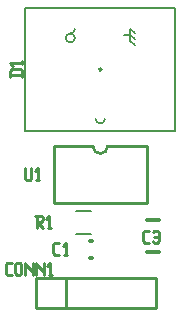
<source format=gbr>
G04 start of page 7 for group -4079 idx -4079 *
G04 Title: (unknown), topsilk *
G04 Creator: pcb 20100929 *
G04 CreationDate: Wed Aug 24 19:23:26 2011 UTC *
G04 For: user1 *
G04 Format: Gerber/RS-274X *
G04 PCB-Dimensions: 600000 500000 *
G04 PCB-Coordinate-Origin: lower left *
%MOIN*%
%FSLAX25Y25*%
%LNFRONTSILK*%
%ADD12C,0.0100*%
%ADD27C,0.0130*%
%ADD28C,0.0080*%
%ADD29C,0.0060*%
G54D27*X126564Y377755D02*X127350D01*
X126564Y372245D02*X127350D01*
X145532Y384814D02*X149468D01*
X145532Y374186D02*X149468D01*
G54D12*X114500Y409500D02*Y390500D01*
X145500D01*
Y409500D01*
X114500D02*X127500D01*
X145500D02*X132500D01*
X127500D02*G75*G03X132500Y409500I2500J0D01*G01*
X108500Y355500D02*X148500D01*
Y365500D02*Y355500D01*
X108500Y365500D02*X148500D01*
X108500D02*Y355500D01*
X118500Y365500D02*Y355500D01*
X108500Y365500D02*X118500D01*
G54D28*X122043Y387740D02*X126767D01*
X122043Y380260D02*X126767D01*
G54D29*X105000Y414500D02*X155000D01*
Y455500D02*Y414500D01*
X105000Y455500D02*X155000D01*
X105000D02*Y414500D01*
X140000Y446500D02*X141500Y445000D01*
X140000Y448500D02*X141500Y447000D01*
X140000Y448500D02*Y444500D01*
X141500Y443000D01*
X138000Y446500D02*X140000D01*
X130000Y435500D02*Y434500D01*
Y435500D02*X129500Y435000D01*
X130500D01*
X130000Y434500D01*
X129500Y435000D01*
X130000Y417000D02*G75*G03X131500Y418500I0J1500D01*G01*
X128500D02*G75*G03X130000Y417000I1500J0D01*G01*
X118500Y445500D02*G75*G03X120000Y444000I1500J0D01*G01*
G75*G03X121500Y445500I0J1500D01*G01*
G75*G03X120000Y447000I-1500J0D01*G01*
G75*G03X118500Y445500I0J-1500D01*G01*
X120000Y447000D02*G75*G03X121500Y448500I0J1500D01*G01*
X129500Y435000D02*G75*G03X130000Y434500I500J0D01*G01*
G75*G03X130500Y435000I0J500D01*G01*
G75*G03X130000Y435500I-500J0D01*G01*
G75*G03X129500Y435000I0J-500D01*G01*
G54D12*X114764Y373150D02*X116264D01*
X114264Y373650D02*X114764Y373150D01*
X114264Y376650D02*Y373650D01*
Y376650D02*X114764Y377150D01*
X116264D01*
X117965Y373150D02*X118965D01*
X118465Y377150D02*Y373150D01*
X117465Y376150D02*X118465Y377150D01*
X144850D02*X146350D01*
X144350Y377650D02*X144850Y377150D01*
X144350Y380650D02*Y377650D01*
Y380650D02*X144850Y381150D01*
X146350D01*
X147551Y380650D02*X148051Y381150D01*
X149051D01*
X149551Y380650D01*
Y377650D01*
X149051Y377150D02*X149551Y377650D01*
X148051Y377150D02*X149051D01*
X147551Y377650D02*X148051Y377150D01*
Y379150D02*X149551D01*
X105000Y402000D02*Y398500D01*
X105500Y398000D01*
X106500D01*
X107000Y398500D01*
Y402000D02*Y398500D01*
X108701Y398000D02*X109701D01*
X109201Y402000D02*Y398000D01*
X108201Y401000D02*X109201Y402000D01*
X99000Y366500D02*X100500D01*
X98500Y367000D02*X99000Y366500D01*
X98500Y370000D02*Y367000D01*
Y370000D02*X99000Y370500D01*
X100500D01*
X101701Y370000D02*Y367000D01*
Y370000D02*X102201Y370500D01*
X103201D01*
X103701Y370000D01*
Y367000D01*
X103201Y366500D02*X103701Y367000D01*
X102201Y366500D02*X103201D01*
X101701Y367000D02*X102201Y366500D01*
X104902Y370500D02*Y366500D01*
Y370500D02*Y370000D01*
X107402Y367500D01*
Y370500D02*Y366500D01*
X108603Y370500D02*Y366500D01*
Y370500D02*Y370000D01*
X111103Y367500D01*
Y370500D02*Y366500D01*
X112804D02*X113804D01*
X113304Y370500D02*Y366500D01*
X112304Y369500D02*X113304Y370500D01*
X108255Y386150D02*X110255D01*
X110755Y385650D01*
Y384650D01*
X110255Y384150D02*X110755Y384650D01*
X108755Y384150D02*X110255D01*
X108755Y386150D02*Y382150D01*
Y384150D02*X110755Y382150D01*
X112456D02*X113456D01*
X112956Y386150D02*Y382150D01*
X111956Y385150D02*X112956Y386150D01*
X100000Y433000D02*X104000D01*
X100000Y434500D02*X100500Y435000D01*
X103500D01*
X104000Y434500D02*X103500Y435000D01*
X104000Y434500D02*Y432500D01*
X100000Y434500D02*Y432500D01*
X104000Y437701D02*Y436701D01*
X100000Y437201D02*X104000D01*
X101000Y436201D02*X100000Y437201D01*
M02*

</source>
